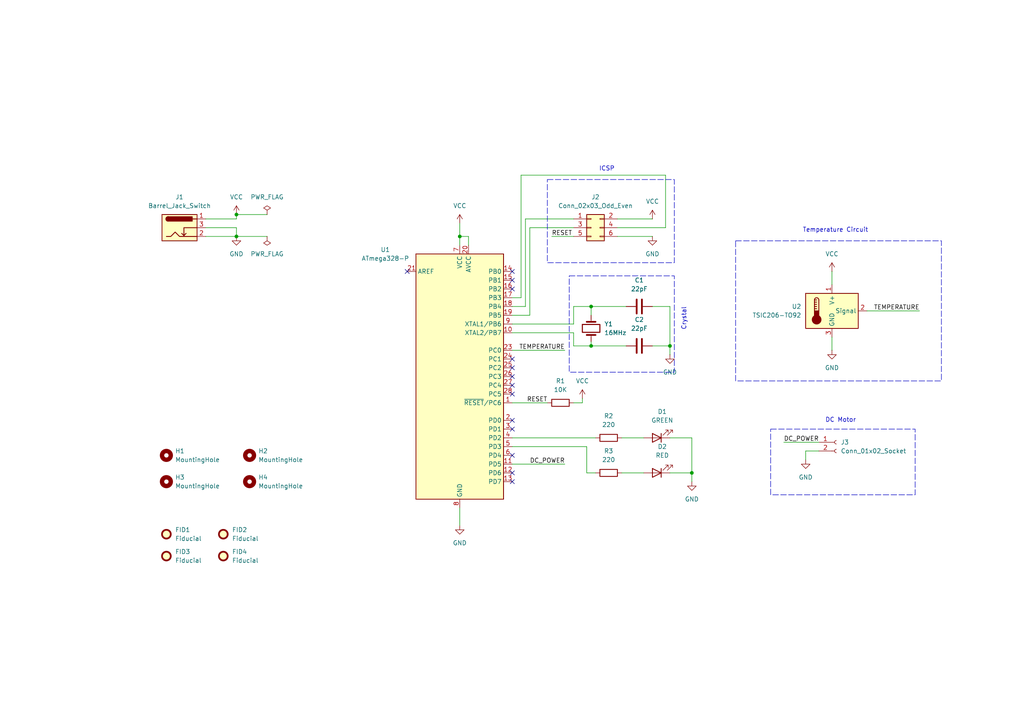
<source format=kicad_sch>
(kicad_sch (version 20231120) (generator "eeschema") (generator_version "8.0")
  (paper "A4")
  (lib_symbols
    (symbol "Connector:Barrel_Jack_Switch" (pin_names hide)
      (property "Reference" "J" (at 0 5.334 0))
      (property "Value" "Barrel_Jack_Switch" (at 0 -5.08 0))
      (symbol "Barrel_Jack_Switch_0_1"
        (rectangle (start -5.08 3.81) (end 5.08 -3.81) (stroke (width 0.254)) (fill (type background)))
        (arc (start -3.302 3.175) (mid -3.9343 2.54) (end -3.302 1.905) (stroke (width 0.254)))
        (arc (start -3.302 3.175) (mid -3.9343 2.54) (end -3.302 1.905) (stroke (width 0.254)) (fill (type outline)))
        (polyline (pts (xy 1.27 -2.286) (xy 1.905 -1.651)) (stroke (width 0.254)))
        (polyline (pts (xy 5.08 2.54) (xy 3.81 2.54)) (stroke (width 0.254)))
        (polyline (pts (xy 5.08 0) (xy 1.27 0) (xy 1.27 -2.286) (xy 0.635 -1.651)) (stroke (width 0.254)))
        (polyline (pts (xy -3.81 -2.54) (xy -2.54 -2.54) (xy -1.27 -1.27) (xy 0 -2.54) (xy 2.54 -2.54) (xy 5.08 -2.54)) (stroke (width 0.254)))
        (rectangle (start 3.683 3.175) (end -3.302 1.905) (stroke (width 0.254)) (fill (type outline)))
      )
      (symbol "Barrel_Jack_Switch_1_1"
        (pin passive line (at 7.62 2.54 180) (length 2.54) (name "~") (number "1"))
        (pin passive line (at 7.62 -2.54 180) (length 2.54) (name "~") (number "2"))
        (pin passive line (at 7.62 0 180) (length 2.54) (name "~") (number "3"))
      )
    )
    (symbol "Connector:Conn_01x02_Socket" (pin_names (offset 1.016) hide)
      (property "Reference" "J" (at 0 2.54 0))
      (property "Value" "Conn_01x02_Socket" (at 0 -5.08 0))
      (symbol "Conn_01x02_Socket_1_1"
        (arc (start 0 -2.032) (mid -0.5058 -2.54) (end 0 -3.048) (stroke (width 0.1524)))
        (polyline (pts (xy -1.27 -2.54) (xy -0.508 -2.54)) (stroke (width 0.1524)))
        (polyline (pts (xy -1.27 0) (xy -0.508 0)) (stroke (width 0.1524)))
        (arc (start 0 0.508) (mid -0.5058 0) (end 0 -0.508) (stroke (width 0.1524)))
        (pin passive line (at -5.08 0 0) (length 3.81) (name "Pin_1") (number "1"))
        (pin passive line (at -5.08 -2.54 0) (length 3.81) (name "Pin_2") (number "2"))
      )
    )
    (symbol "Connector_Generic:Conn_02x03_Odd_Even" (pin_names (offset 1.016) hide)
      (property "Reference" "J" (at 1.27 5.08 0))
      (property "Value" "Conn_02x03_Odd_Even" (at 1.27 -5.08 0))
      (symbol "Conn_02x03_Odd_Even_1_1"
        (rectangle (start -1.27 -2.413) (end 0 -2.667) (stroke (width 0.1524)))
        (rectangle (start -1.27 0.127) (end 0 -0.127) (stroke (width 0.1524)))
        (rectangle (start -1.27 2.667) (end 0 2.413) (stroke (width 0.1524)))
        (rectangle (start -1.27 3.81) (end 3.81 -3.81) (stroke (width 0.254)) (fill (type background)))
        (rectangle (start 3.81 -2.413) (end 2.54 -2.667) (stroke (width 0.1524)))
        (rectangle (start 3.81 0.127) (end 2.54 -0.127) (stroke (width 0.1524)))
        (rectangle (start 3.81 2.667) (end 2.54 2.413) (stroke (width 0.1524)))
        (pin passive line (at -5.08 2.54 0) (length 3.81) (name "Pin_1") (number "1"))
        (pin passive line (at 7.62 2.54 180) (length 3.81) (name "Pin_2") (number "2"))
        (pin passive line (at -5.08 0 0) (length 3.81) (name "Pin_3") (number "3"))
        (pin passive line (at 7.62 0 180) (length 3.81) (name "Pin_4") (number "4"))
        (pin passive line (at -5.08 -2.54 0) (length 3.81) (name "Pin_5") (number "5"))
        (pin passive line (at 7.62 -2.54 180) (length 3.81) (name "Pin_6") (number "6"))
      )
    )
    (symbol "Device:C" (pin_numbers hide) (pin_names (offset 0.254))
      (property "Reference" "C" (at 0.635 2.54 0))
      (property "Value" "C" (at 0.635 -2.54 0))
      (symbol "C_0_1"
        (polyline (pts (xy -2.032 -0.762) (xy 2.032 -0.762)) (stroke (width 0.508)))
        (polyline (pts (xy -2.032 0.762) (xy 2.032 0.762)) (stroke (width 0.508)))
      )
      (symbol "C_1_1"
        (pin passive line (at 0 3.81 270) (length 2.794) (name "~") (number "1"))
        (pin passive line (at 0 -3.81 90) (length 2.794) (name "~") (number "2"))
      )
    )
    (symbol "Device:Crystal" (pin_numbers hide) (pin_names (offset 1.016) hide)
      (property "Reference" "Y" (at 0 3.81 0))
      (property "Value" "Crystal" (at 0 -3.81 0))
      (symbol "Crystal_0_1"
        (rectangle (start -1.143 2.54) (end 1.143 -2.54) (stroke (width 0.3048)))
        (polyline (pts (xy -2.54 0) (xy -1.905 0)))
        (polyline (pts (xy -1.905 -1.27) (xy -1.905 1.27)) (stroke (width 0.508)))
        (polyline (pts (xy 1.905 -1.27) (xy 1.905 1.27)) (stroke (width 0.508)))
        (polyline (pts (xy 2.54 0) (xy 1.905 0)))
      )
      (symbol "Crystal_1_1"
        (pin passive line (at -3.81 0 0) (length 1.27) (name "1") (number "1"))
        (pin passive line (at 3.81 0 180) (length 1.27) (name "2") (number "2"))
      )
    )
    (symbol "Device:LED" (pin_numbers hide) (pin_names (offset 1.016) hide)
      (property "Reference" "D" (at 0 2.54 0))
      (property "Value" "LED" (at 0 -2.54 0))
      (symbol "LED_0_1"
        (polyline (pts (xy -1.27 -1.27) (xy -1.27 1.27)) (stroke (width 0.254)))
        (polyline (pts (xy -1.27 0) (xy 1.27 0)))
        (polyline (pts (xy 1.27 -1.27) (xy 1.27 1.27) (xy -1.27 0) (xy 1.27 -1.27)) (stroke (width 0.254)))
        (polyline (pts (xy -3.048 -0.762) (xy -4.572 -2.286) (xy -3.81 -2.286) (xy -4.572 -2.286) (xy -4.572 -1.524)))
        (polyline (pts (xy -1.778 -0.762) (xy -3.302 -2.286) (xy -2.54 -2.286) (xy -3.302 -2.286) (xy -3.302 -1.524)))
      )
      (symbol "LED_1_1"
        (pin passive line (at -3.81 0 0) (length 2.54) (name "K") (number "1"))
        (pin passive line (at 3.81 0 180) (length 2.54) (name "A") (number "2"))
      )
    )
    (symbol "Device:R" (pin_numbers hide) (pin_names (offset 0))
      (property "Reference" "R" (at 2.032 0 90))
      (property "Value" "R" (at 0 0 90))
      (symbol "R_0_1"
        (rectangle (start -1.016 -2.54) (end 1.016 2.54) (stroke (width 0.254)))
      )
      (symbol "R_1_1"
        (pin passive line (at 0 3.81 270) (length 1.27) (name "~") (number "1"))
        (pin passive line (at 0 -3.81 90) (length 1.27) (name "~") (number "2"))
      )
    )
    (symbol "MCU_Microchip_ATmega:ATmega328-P"
      (property "Reference" "U" (at -12.7 36.83 0))
      (property "Value" "ATmega328-P" (at 2.54 -36.83 0))
      (symbol "ATmega328-P_0_1"
        (rectangle (start -12.7 -35.56) (end 12.7 35.56) (stroke (width 0.254)) (fill (type background)))
      )
      (symbol "ATmega328-P_1_1"
        (pin bidirectional line (at 15.24 -7.62 180) (length 2.54) (name "~{RESET}/PC6") (number "1"))
        (pin bidirectional line (at 15.24 12.7 180) (length 2.54) (name "XTAL2/PB7") (number "10"))
        (pin bidirectional line (at 15.24 -25.4 180) (length 2.54) (name "PD5") (number "11"))
        (pin bidirectional line (at 15.24 -27.94 180) (length 2.54) (name "PD6") (number "12"))
        (pin bidirectional line (at 15.24 -30.48 180) (length 2.54) (name "PD7") (number "13"))
        (pin bidirectional line (at 15.24 30.48 180) (length 2.54) (name "PB0") (number "14"))
        (pin bidirectional line (at 15.24 27.94 180) (length 2.54) (name "PB1") (number "15"))
        (pin bidirectional line (at 15.24 25.4 180) (length 2.54) (name "PB2") (number "16"))
        (pin bidirectional line (at 15.24 22.86 180) (length 2.54) (name "PB3") (number "17"))
        (pin bidirectional line (at 15.24 20.32 180) (length 2.54) (name "PB4") (number "18"))
        (pin bidirectional line (at 15.24 17.78 180) (length 2.54) (name "PB5") (number "19"))
        (pin bidirectional line (at 15.24 -12.7 180) (length 2.54) (name "PD0") (number "2"))
        (pin power_in line (at 2.54 38.1 270) (length 2.54) (name "AVCC") (number "20"))
        (pin passive line (at -15.24 30.48 0) (length 2.54) (name "AREF") (number "21"))
        (pin passive line (at 0 -38.1 90) (length 2.54) hide (name "GND") (number "22"))
        (pin bidirectional line (at 15.24 7.62 180) (length 2.54) (name "PC0") (number "23"))
        (pin bidirectional line (at 15.24 5.08 180) (length 2.54) (name "PC1") (number "24"))
        (pin bidirectional line (at 15.24 2.54 180) (length 2.54) (name "PC2") (number "25"))
        (pin bidirectional line (at 15.24 0 180) (length 2.54) (name "PC3") (number "26"))
        (pin bidirectional line (at 15.24 -2.54 180) (length 2.54) (name "PC4") (number "27"))
        (pin bidirectional line (at 15.24 -5.08 180) (length 2.54) (name "PC5") (number "28"))
        (pin bidirectional line (at 15.24 -15.24 180) (length 2.54) (name "PD1") (number "3"))
        (pin bidirectional line (at 15.24 -17.78 180) (length 2.54) (name "PD2") (number "4"))
        (pin bidirectional line (at 15.24 -20.32 180) (length 2.54) (name "PD3") (number "5"))
        (pin bidirectional line (at 15.24 -22.86 180) (length 2.54) (name "PD4") (number "6"))
        (pin power_in line (at 0 38.1 270) (length 2.54) (name "VCC") (number "7"))
        (pin power_in line (at 0 -38.1 90) (length 2.54) (name "GND") (number "8"))
        (pin bidirectional line (at 15.24 15.24 180) (length 2.54) (name "XTAL1/PB6") (number "9"))
      )
    )
    (symbol "Mechanical:Fiducial" (exclude_from_sim yes) (in_bom no)
      (property "Reference" "FID" (at 0 5.08 0))
      (property "Value" "Fiducial" (at 0 3.175 0))
      (symbol "Fiducial_0_1"
        (circle (center 0 0) (radius 1.27) (stroke (width 0.508)) (fill (type background)))
      )
    )
    (symbol "Mechanical:MountingHole" (pin_names (offset 1.016)) (exclude_from_sim yes) (in_bom no)
      (property "Reference" "H" (at 0 5.08 0))
      (property "Value" "MountingHole" (at 0 3.175 0))
      (symbol "MountingHole_0_1"
        (circle (center 0 0) (radius 1.27) (stroke (width 1.27)))
      )
    )
    (symbol "Sensor_Temperature:TSIC206-TO92"
      (property "Reference" "U" (at -6.35 6.35 0))
      (property "Value" "TSIC206-TO92" (at 1.27 6.35 0))
      (symbol "TSIC206-TO92_0_1"
        (rectangle (start -7.62 5.08) (end 7.62 -5.08) (stroke (width 0.254)) (fill (type background)))
        (circle (center -4.445 -2.54) (radius 1.27) (stroke (width 0.254)) (fill (type outline)))
        (rectangle (start -3.81 -1.905) (end -5.08 0) (stroke (width 0.254)) (fill (type outline)))
        (arc (start -3.81 3.175) (mid -4.445 3.8073) (end -5.08 3.175) (stroke (width 0.254)))
        (polyline (pts (xy -5.08 0.635) (xy -4.445 0.635)) (stroke (width 0.254)))
        (polyline (pts (xy -5.08 1.27) (xy -4.445 1.27)) (stroke (width 0.254)))
        (polyline (pts (xy -5.08 1.905) (xy -4.445 1.905)) (stroke (width 0.254)))
        (polyline (pts (xy -5.08 2.54) (xy -4.445 2.54)) (stroke (width 0.254)))
        (polyline (pts (xy -5.08 3.175) (xy -5.08 0)) (stroke (width 0.254)))
        (polyline (pts (xy -5.08 3.175) (xy -4.445 3.175)) (stroke (width 0.254)))
        (polyline (pts (xy -3.81 3.175) (xy -3.81 0)) (stroke (width 0.254)))
      )
      (symbol "TSIC206-TO92_1_1"
        (pin power_in line (at 0 7.62 270) (length 2.54) (name "V+") (number "1"))
        (pin output line (at 10.16 0 180) (length 2.54) (name "Signal") (number "2"))
        (pin power_in line (at 0 -7.62 90) (length 2.54) (name "GND") (number "3"))
      )
    )
    (symbol "power:GND" (power) (pin_numbers hide) (pin_names (offset 0) hide)
      (property "Value" "GND" (at 0 -3.81 0))
      (symbol "GND_0_1"
        (polyline (pts (xy 0 0) (xy 0 -1.27) (xy 1.27 -1.27) (xy 0 -2.54) (xy -1.27 -1.27) (xy 0 -1.27)))
      )
      (symbol "GND_1_1"
        (pin power_in line (at 0 0 270) (length 0) (name "~") (number "1"))
      )
    )
    (symbol "power:PWR_FLAG" (power) (pin_numbers hide) (pin_names (offset 0) hide)
      (property "Value" "PWR_FLAG" (at 0 3.81 0))
      (symbol "PWR_FLAG_0_0"
        (pin power_out line (at 0 0 90) (length 0) (name "~") (number "1"))
      )
      (symbol "PWR_FLAG_0_1"
        (polyline (pts (xy 0 0) (xy 0 1.27) (xy -1.016 1.905) (xy 0 2.54) (xy 1.016 1.905) (xy 0 1.27)))
      )
    )
    (symbol "power:VCC" (power) (pin_numbers hide) (pin_names (offset 0) hide)
      (property "Value" "VCC" (at 0 3.556 0))
      (symbol "VCC_0_1"
        (polyline (pts (xy -0.762 1.27) (xy 0 2.54)))
        (polyline (pts (xy 0 0) (xy 0 2.54)))
        (polyline (pts (xy 0 2.54) (xy 0.762 1.27)))
      )
      (symbol "VCC_1_1"
        (pin power_in line (at 0 0 90) (length 0) (name "~") (number "1"))
      )
    )
  )
  (junction (at 171.45 100.33))
  (junction (at 200.66 137.16))
  (junction (at 68.58 68.58))
  (junction (at 68.58 62.23))
  (junction (at 171.45 88.9))
  (junction (at 133.35 68.58))
  (junction (at 194.31 100.33))
  (no_connect (at 148.59 109.22))
  (no_connect (at 148.59 104.14))
  (no_connect (at 148.59 132.08))
  (no_connect (at 148.59 124.46))
  (no_connect (at 148.59 81.28))
  (no_connect (at 118.11 78.74))
  (no_connect (at 148.59 106.68))
  (no_connect (at 148.59 111.76))
  (no_connect (at 148.59 83.82))
  (no_connect (at 148.59 121.92))
  (no_connect (at 148.59 78.74))
  (no_connect (at 148.59 139.7))
  (no_connect (at 148.59 114.3))
  (no_connect (at 148.59 137.16))
  (wire (pts (xy 241.3 97.79) (xy 241.3 101.6)))
  (wire (pts (xy 200.66 127) (xy 200.66 137.16)))
  (wire (pts (xy 68.58 66.04) (xy 68.58 68.58)))
  (wire (pts (xy 166.37 96.52) (xy 166.37 100.33)))
  (wire (pts (xy 151.13 50.8) (xy 193.04 50.8)))
  (wire (pts (xy 59.69 68.58) (xy 68.58 68.58)))
  (wire (pts (xy 179.07 63.5) (xy 189.23 63.5)))
  (wire (pts (xy 200.66 137.16) (xy 200.66 139.7)))
  (wire (pts (xy 133.35 68.58) (xy 133.35 71.12)))
  (wire (pts (xy 148.59 129.54) (xy 170.18 129.54)))
  (wire (pts (xy 166.37 100.33) (xy 171.45 100.33)))
  (wire (pts (xy 153.67 66.04) (xy 166.37 66.04)))
  (wire (pts (xy 233.68 130.81) (xy 233.68 133.35)))
  (wire (pts (xy 152.4 88.9) (xy 152.4 63.5)))
  (wire (pts (xy 59.69 63.5) (xy 68.58 63.5)))
  (wire (pts (xy 168.91 116.84) (xy 168.91 115.57)))
  (wire (pts (xy 194.31 100.33) (xy 194.31 102.87)))
  (wire (pts (xy 135.89 71.12) (xy 135.89 68.58)))
  (wire (pts (xy 148.59 93.98) (xy 166.37 93.98)))
  (wire (pts (xy 160.02 68.58) (xy 166.37 68.58)))
  (wire (pts (xy 241.3 78.74) (xy 241.3 82.55)))
  (wire (pts (xy 189.23 88.9) (xy 194.31 88.9)))
  (wire (pts (xy 152.4 63.5) (xy 166.37 63.5)))
  (wire (pts (xy 180.34 127) (xy 186.69 127)))
  (wire (pts (xy 171.45 99.06) (xy 171.45 100.33)))
  (wire (pts (xy 180.34 137.16) (xy 186.69 137.16)))
  (wire (pts (xy 68.58 68.58) (xy 77.47 68.58)))
  (wire (pts (xy 148.59 116.84) (xy 158.75 116.84)))
  (wire (pts (xy 251.46 90.17) (xy 266.7 90.17)))
  (wire (pts (xy 179.07 68.58) (xy 189.23 68.58)))
  (wire (pts (xy 68.58 62.23) (xy 77.47 62.23)))
  (wire (pts (xy 148.59 88.9) (xy 152.4 88.9)))
  (wire (pts (xy 171.45 91.44) (xy 171.45 88.9)))
  (wire (pts (xy 194.31 137.16) (xy 200.66 137.16)))
  (wire (pts (xy 133.35 147.32) (xy 133.35 152.4)))
  (wire (pts (xy 193.04 66.04) (xy 179.07 66.04)))
  (wire (pts (xy 193.04 50.8) (xy 193.04 66.04)))
  (wire (pts (xy 166.37 93.98) (xy 166.37 88.9)))
  (wire (pts (xy 151.13 86.36) (xy 151.13 50.8)))
  (wire (pts (xy 153.67 91.44) (xy 153.67 66.04)))
  (wire (pts (xy 189.23 100.33) (xy 194.31 100.33)))
  (wire (pts (xy 170.18 129.54) (xy 170.18 137.16)))
  (wire (pts (xy 59.69 66.04) (xy 68.58 66.04)))
  (wire (pts (xy 135.89 68.58) (xy 133.35 68.58)))
  (wire (pts (xy 166.37 88.9) (xy 171.45 88.9)))
  (wire (pts (xy 170.18 137.16) (xy 172.72 137.16)))
  (wire (pts (xy 148.59 86.36) (xy 151.13 86.36)))
  (wire (pts (xy 68.58 63.5) (xy 68.58 62.23)))
  (wire (pts (xy 148.59 91.44) (xy 153.67 91.44)))
  (wire (pts (xy 171.45 100.33) (xy 181.61 100.33)))
  (wire (pts (xy 237.49 130.81) (xy 233.68 130.81)))
  (wire (pts (xy 148.59 127) (xy 172.72 127)))
  (wire (pts (xy 148.59 96.52) (xy 166.37 96.52)))
  (wire (pts (xy 227.33 128.27) (xy 237.49 128.27)))
  (wire (pts (xy 171.45 88.9) (xy 181.61 88.9)))
  (wire (pts (xy 166.37 116.84) (xy 168.91 116.84)))
  (wire (pts (xy 133.35 64.77) (xy 133.35 68.58)))
  (wire (pts (xy 194.31 127) (xy 200.66 127)))
  (wire (pts (xy 148.59 101.6) (xy 163.83 101.6)))
  (wire (pts (xy 194.31 88.9) (xy 194.31 100.33)))
  (wire (pts (xy 148.59 134.62) (xy 163.83 134.62)))
  (rectangle (start 213.36 69.85) (end 273.05 110.49) (stroke (width 0) (type dash)))
  (rectangle (start 223.52 124.46) (end 265.43 143.51) (stroke (width 0) (type dash)))
  (rectangle (start 165.1 80.01) (end 195.58 107.95) (stroke (width 0) (type dash)))
  (rectangle (start 158.75 52.07) (end 195.58 76.2) (stroke (width 0) (type dash)))
  (text "Temperature Circuit" (at 242.316 66.802 0) (effects (font (size 1.27 1.27))))
  (text "DC Motor" (at 243.84 121.92 0) (effects (font (size 1.27 1.27))))
  (text "Crystal\n" (at 198.374 92.456 90) (effects (font (size 1.27 1.27))))
  (text "ICSP" (at 176.022 49.022 0) (effects (font (size 1.27 1.27))))
  (label "DC_POWER" (at 163.83 134.62 180))
  (label "RESET" (at 160.02 68.58 0))
  (label "DC_POWER" (at 227.33 128.27 0))
  (label "RESET" (at 158.75 116.84 180))
  (label "TEMPERATURE" (at 266.7 90.17 180))
  (label "TEMPERATURE" (at 163.83 101.6 180))
  (symbol (lib_id "Device:Crystal") (at 171.45 95.25 90) (unit 1)
    (property "Reference" "Y1" (at 175.26 93.9799 90) (effects (justify right)))
    (property "Value" "16MHz" (at 175.26 96.5199 90) (effects (justify right)))
    (property "Footprint" "Crystal:Crystal_HC49-4H_Vertical" (effects (hide yes)))
    (property "Description" "Two pin crystal" (effects (hide yes)))
  )
  (symbol (lib_id "power:VCC") (at 189.23 63.5 0) (unit 1)
    (property "Reference" "#PWR08" (effects (hide yes)))
    (property "Value" "VCC" (at 189.23 58.42 0))
    (property "Description" "Power symbol creates a global label with name \"VCC\"" (effects (hide yes)))
  )
  (symbol (lib_id "Device:C") (at 185.42 88.9 90) (unit 1)
    (property "Reference" "C1" (at 185.42 81.28 90))
    (property "Value" "22pF" (at 185.42 83.82 90))
    (property "Footprint" "Capacitor_SMD:C_0805_2012Metric" (effects (hide yes)))
    (property "Description" "Unpolarized capacitor" (effects (hide yes)))
  )
  (symbol (lib_id "power:VCC") (at 168.91 115.57 0) (unit 1)
    (property "Reference" "#PWR05" (effects (hide yes)))
    (property "Value" "VCC" (at 168.91 110.49 0))
    (property "Description" "Power symbol creates a global label with name \"VCC\"" (effects (hide yes)))
  )
  (symbol (lib_id "Device:R") (at 176.53 137.16 90) (unit 1)
    (property "Reference" "R3" (at 176.53 130.81 90))
    (property "Value" "220" (at 176.53 133.35 90))
    (property "Footprint" "Resistor_SMD:R_0805_2012Metric" (effects (hide yes)))
    (property "Description" "Resistor" (effects (hide yes)))
  )
  (symbol (lib_id "Connector_Generic:Conn_02x03_Odd_Even") (at 171.45 66.04 0) (unit 1)
    (property "Reference" "J2" (at 172.72 57.15 0))
    (property "Value" "Conn_02x03_Odd_Even" (at 172.72 59.69 0))
    (property "Footprint" "Connector_PinHeader_2.54mm:PinHeader_2x03_P2.54mm_Vertical" (effects (hide yes)))
    (property "Description" "Generic connector, double row, 02x03, odd/even pin numbering scheme (row 1 odd numbers, row 2 even numbers), script generated (kicad-library-utils/schlib/autogen/connector/)" (effects (hide yes)))
  )
  (symbol (lib_id "Sensor_Temperature:TSIC206-TO92") (at 241.3 90.17 0) (unit 1)
    (property "Reference" "U2" (at 232.41 88.8999 0) (effects (justify right)))
    (property "Value" "TSIC206-TO92" (at 232.41 91.4399 0) (effects (justify right)))
    (property "Footprint" "Package_TO_SOT_THT:TO-92_Inline" (effects (hide yes)))
    (property "Datasheet" "https://shop.bb-sensors.com/out/media/Datasheet_Digital_Semiconductor_temperatur_sensor_TSIC.pdf" (effects (hide yes)))
    (property "Description" "Digital temperature sensor, range -50 ... +150 °C, 0.5 K accuracy, TO-92" (effects (hide yes)))
  )
  (symbol (lib_id "MCU_Microchip_ATmega:ATmega328-P") (at 133.35 109.22 0) (unit 1)
    (property "Reference" "U1" (at 111.76 72.4214 0))
    (property "Value" "ATmega328-P" (at 111.76 74.9614 0))
    (property "Footprint" "Package_DIP:DIP-28_W7.62mm" (effects (hide yes)))
    (property "Datasheet" "http://ww1.microchip.com/downloads/en/DeviceDoc/ATmega328_P%20AVR%20MCU%20with%20picoPower%20Technology%20Data%20Sheet%2040001984A.pdf" (effects (hide yes)))
    (property "Description" "20MHz, 32kB Flash, 2kB SRAM, 1kB EEPROM, DIP-28" (effects (hide yes)))
  )
  (symbol (lib_id "power:VCC") (at 68.58 62.23 0) (unit 1)
    (property "Reference" "#PWR01" (effects (hide yes)))
    (property "Value" "VCC" (at 68.58 57.15 0))
    (property "Description" "Power symbol creates a global label with name \"VCC\"" (effects (hide yes)))
  )
  (symbol (lib_id "Device:LED") (at 190.5 127 180) (unit 1)
    (property "Reference" "D1" (at 192.0875 119.38 0))
    (property "Value" "GREEN" (at 192.0875 121.92 0))
    (property "Footprint" "LED_SMD:LED_0402_1005Metric" (effects (hide yes)))
    (property "Description" "Light emitting diode" (effects (hide yes)))
  )
  (symbol (lib_id "Connector:Conn_01x02_Socket") (at 242.57 128.27 0) (unit 1)
    (property "Reference" "J3" (at 243.84 128.2699 0) (effects (justify left)))
    (property "Value" "Conn_01x02_Socket" (at 243.84 130.8099 0) (effects (justify left)))
    (property "Footprint" "Connector_PinSocket_1.27mm:PinSocket_1x02_P1.27mm_Vertical" (effects (hide yes)))
    (property "Description" "Generic connector, single row, 01x02, script generated" (effects (hide yes)))
  )
  (symbol (lib_id "Device:LED") (at 190.5 137.16 180) (unit 1)
    (property "Reference" "D2" (at 192.0875 129.54 0))
    (property "Value" "RED" (at 192.0875 132.08 0))
    (property "Footprint" "LED_SMD:LED_0402_1005Metric" (effects (hide yes)))
    (property "Description" "Light emitting diode" (effects (hide yes)))
  )
  (symbol (lib_id "Mechanical:Fiducial") (at 48.26 154.94 0) (unit 1) (exclude_from_sim yes) (in_bom no)
    (property "Reference" "FID1" (at 50.8 153.6699 0) (effects (justify left)))
    (property "Value" "Fiducial" (at 50.8 156.2099 0) (effects (justify left)))
    (property "Footprint" "Fiducial:Fiducial_1mm_Mask2mm" (effects (hide yes)))
    (property "Description" "Fiducial Marker" (effects (hide yes)))
  )
  (symbol (lib_id "power:VCC") (at 241.3 78.74 0) (unit 1)
    (property "Reference" "#PWR010" (effects (hide yes)))
    (property "Value" "VCC" (at 241.3 73.66 0))
    (property "Description" "Power symbol creates a global label with name \"VCC\"" (effects (hide yes)))
  )
  (symbol (lib_id "Mechanical:Fiducial") (at 48.26 161.29 0) (unit 1) (exclude_from_sim yes) (in_bom no)
    (property "Reference" "FID3" (at 50.8 160.0199 0) (effects (justify left)))
    (property "Value" "Fiducial" (at 50.8 162.5599 0) (effects (justify left)))
    (property "Footprint" "Fiducial:Fiducial_1mm_Mask2mm" (effects (hide yes)))
    (property "Description" "Fiducial Marker" (effects (hide yes)))
  )
  (symbol (lib_id "Device:C") (at 185.42 100.33 90) (unit 1)
    (property "Reference" "C2" (at 185.42 92.71 90))
    (property "Value" "22pF" (at 185.42 95.25 90))
    (property "Footprint" "Capacitor_SMD:C_0805_2012Metric" (effects (hide yes)))
    (property "Description" "Unpolarized capacitor" (effects (hide yes)))
  )
  (symbol (lib_id "Mechanical:MountingHole") (at 48.26 139.7 0) (unit 1) (exclude_from_sim yes) (in_bom no)
    (property "Reference" "H3" (at 50.8 138.4299 0) (effects (justify left)))
    (property "Value" "MountingHole" (at 50.8 140.9699 0) (effects (justify left)))
    (property "Footprint" "MountingHole:MountingHole_3.2mm_M3" (effects (hide yes)))
    (property "Description" "Mounting Hole without connection" (effects (hide yes)))
  )
  (symbol (lib_id "power:GND") (at 189.23 68.58 0) (unit 1)
    (property "Reference" "#PWR09" (effects (hide yes)))
    (property "Value" "GND" (at 189.23 73.66 0))
    (property "Description" "Power symbol creates a global label with name \"GND\" , ground" (effects (hide yes)))
  )
  (symbol (lib_id "Connector:Barrel_Jack_Switch") (at 52.07 66.04 0) (unit 1)
    (property "Reference" "J1" (at 52.07 57.15 0))
    (property "Value" "Barrel_Jack_Switch" (at 52.07 59.69 0))
    (property "Footprint" "Connector_BarrelJack:BarrelJack_Horizontal" (effects (hide yes)))
    (property "Description" "DC Barrel Jack with an internal switch" (effects (hide yes)))
  )
  (symbol (lib_id "Mechanical:MountingHole") (at 72.39 139.7 0) (unit 1) (exclude_from_sim yes) (in_bom no)
    (property "Reference" "H4" (at 74.93 138.4299 0) (effects (justify left)))
    (property "Value" "MountingHole" (at 74.93 140.9699 0) (effects (justify left)))
    (property "Footprint" "MountingHole:MountingHole_3.2mm_M3" (effects (hide yes)))
    (property "Description" "Mounting Hole without connection" (effects (hide yes)))
  )
  (symbol (lib_id "power:GND") (at 133.35 152.4 0) (unit 1)
    (property "Reference" "#PWR04" (effects (hide yes)))
    (property "Value" "GND" (at 133.35 157.48 0))
    (property "Description" "Power symbol creates a global label with name \"GND\" , ground" (effects (hide yes)))
  )
  (symbol (lib_id "power:VCC") (at 133.35 64.77 0) (unit 1)
    (property "Reference" "#PWR03" (effects (hide yes)))
    (property "Value" "VCC" (at 133.35 59.69 0))
    (property "Description" "Power symbol creates a global label with name \"VCC\"" (effects (hide yes)))
  )
  (symbol (lib_id "power:GND") (at 194.31 102.87 0) (unit 1)
    (property "Reference" "#PWR06" (effects (hide yes)))
    (property "Value" "GND" (at 194.31 107.95 0))
    (property "Description" "Power symbol creates a global label with name \"GND\" , ground" (effects (hide yes)))
  )
  (symbol (lib_id "Mechanical:MountingHole") (at 72.39 132.08 0) (unit 1) (exclude_from_sim yes) (in_bom no)
    (property "Reference" "H2" (at 74.93 130.8099 0) (effects (justify left)))
    (property "Value" "MountingHole" (at 74.93 133.3499 0) (effects (justify left)))
    (property "Footprint" "MountingHole:MountingHole_3.2mm_M3" (effects (hide yes)))
    (property "Description" "Mounting Hole without connection" (effects (hide yes)))
  )
  (symbol (lib_id "power:PWR_FLAG") (at 77.47 68.58 180) (unit 1)
    (property "Reference" "#FLG02" (effects (hide yes)))
    (property "Value" "PWR_FLAG" (at 77.47 73.66 0))
    (property "Description" "Special symbol for telling ERC where power comes from" (effects (hide yes)))
  )
  (symbol (lib_id "power:GND") (at 233.68 133.35 0) (unit 1)
    (property "Reference" "#PWR012" (effects (hide yes)))
    (property "Value" "GND" (at 233.68 138.43 0))
    (property "Description" "Power symbol creates a global label with name \"GND\" , ground" (effects (hide yes)))
  )
  (symbol (lib_id "power:GND") (at 200.66 139.7 0) (unit 1)
    (property "Reference" "#PWR07" (effects (hide yes)))
    (property "Value" "GND" (at 200.66 144.78 0))
    (property "Description" "Power symbol creates a global label with name \"GND\" , ground" (effects (hide yes)))
  )
  (symbol (lib_id "power:GND") (at 68.58 68.58 0) (unit 1)
    (property "Reference" "#PWR02" (effects (hide yes)))
    (property "Value" "GND" (at 68.58 73.66 0))
    (property "Description" "Power symbol creates a global label with name \"GND\" , ground" (effects (hide yes)))
  )
  (symbol (lib_id "Device:R") (at 162.56 116.84 90) (unit 1)
    (property "Reference" "R1" (at 162.56 110.49 90))
    (property "Value" "10K" (at 162.56 113.03 90))
    (property "Footprint" "Resistor_SMD:R_0805_2012Metric" (effects (hide yes)))
    (property "Description" "Resistor" (effects (hide yes)))
  )
  (symbol (lib_id "Mechanical:Fiducial") (at 64.77 154.94 0) (unit 1) (exclude_from_sim yes) (in_bom no)
    (property "Reference" "FID2" (at 67.31 153.6699 0) (effects (justify left)))
    (property "Value" "Fiducial" (at 67.31 156.2099 0) (effects (justify left)))
    (property "Footprint" "Fiducial:Fiducial_1mm_Mask2mm" (effects (hide yes)))
    (property "Description" "Fiducial Marker" (effects (hide yes)))
  )
  (symbol (lib_id "Mechanical:MountingHole") (at 48.26 132.08 0) (unit 1) (exclude_from_sim yes) (in_bom no)
    (property "Reference" "H1" (at 50.8 130.8099 0) (effects (justify left)))
    (property "Value" "MountingHole" (at 50.8 133.3499 0) (effects (justify left)))
    (property "Footprint" "MountingHole:MountingHole_3.2mm_M3" (effects (hide yes)))
    (property "Description" "Mounting Hole without connection" (effects (hide yes)))
  )
  (symbol (lib_id "Device:R") (at 176.53 127 90) (unit 1)
    (property "Reference" "R2" (at 176.53 120.65 90))
    (property "Value" "220" (at 176.53 123.19 90))
    (property "Footprint" "Resistor_SMD:R_0805_2012Metric" (effects (hide yes)))
    (property "Description" "Resistor" (effects (hide yes)))
  )
  (symbol (lib_id "power:PWR_FLAG") (at 77.47 62.23 0) (unit 1)
    (property "Reference" "#FLG01" (effects (hide yes)))
    (property "Value" "PWR_FLAG" (at 77.47 57.15 0))
    (property "Description" "Special symbol for telling ERC where power comes from" (effects (hide yes)))
  )
  (symbol (lib_id "power:GND") (at 241.3 101.6 0) (unit 1)
    (property "Reference" "#PWR011" (effects (hide yes)))
    (property "Value" "GND" (at 241.3 106.68 0))
    (property "Description" "Power symbol creates a global label with name \"GND\" , ground" (effects (hide yes)))
  )
  (symbol (lib_id "Mechanical:Fiducial") (at 64.77 161.29 0) (unit 1) (exclude_from_sim yes) (in_bom no)
    (property "Reference" "FID4" (at 67.31 160.0199 0) (effects (justify left)))
    (property "Value" "Fiducial" (at 67.31 162.5599 0) (effects (justify left)))
    (property "Footprint" "Fiducial:Fiducial_1mm_Mask2mm" (effects (hide yes)))
    (property "Description" "Fiducial Marker" (effects (hide yes)))
  )
)
</source>
